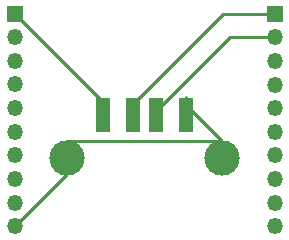
<source format=gbr>
%TF.GenerationSoftware,KiCad,Pcbnew,7.0.7*%
%TF.CreationDate,2023-10-04T23:50:57-06:00*%
%TF.ProjectId,USB_Module,5553425f-4d6f-4647-956c-652e6b696361,rev?*%
%TF.SameCoordinates,Original*%
%TF.FileFunction,Copper,L1,Top*%
%TF.FilePolarity,Positive*%
%FSLAX46Y46*%
G04 Gerber Fmt 4.6, Leading zero omitted, Abs format (unit mm)*
G04 Created by KiCad (PCBNEW 7.0.7) date 2023-10-04 23:50:57*
%MOMM*%
%LPD*%
G01*
G04 APERTURE LIST*
%TA.AperFunction,SMDPad,CuDef*%
%ADD10R,1.250000X3.000000*%
%TD*%
%TA.AperFunction,ComponentPad*%
%ADD11C,3.000000*%
%TD*%
%TA.AperFunction,ComponentPad*%
%ADD12R,1.350000X1.350000*%
%TD*%
%TA.AperFunction,ComponentPad*%
%ADD13O,1.350000X1.350000*%
%TD*%
%TA.AperFunction,Conductor*%
%ADD14C,0.250000*%
%TD*%
G04 APERTURE END LIST*
D10*
%TO.P,J1,1,VBUS*%
%TO.N,Net-(J1-VBUS)*%
X140822800Y-96236000D03*
%TO.P,J1,2,D-*%
%TO.N,Net-(J1-D-)*%
X143322800Y-96236000D03*
%TO.P,J1,3,D+*%
%TO.N,Net-(J1-D+)*%
X145322800Y-96236000D03*
%TO.P,J1,4,GND*%
%TO.N,Net-(J1-GND)*%
X147822800Y-96236000D03*
D11*
%TO.P,J1,5,Shield*%
X137752800Y-99916000D03*
X150892800Y-99916000D03*
%TD*%
D12*
%TO.P,J2,1,Pin_1*%
%TO.N,Net-(J1-VBUS)*%
X133333600Y-87690200D03*
D13*
%TO.P,J2,2,Pin_2*%
%TO.N,unconnected-(J2-Pin_2-Pad2)*%
X133333600Y-89690200D03*
%TO.P,J2,3,Pin_3*%
%TO.N,unconnected-(J2-Pin_3-Pad3)*%
X133333600Y-91690200D03*
%TO.P,J2,4,Pin_4*%
%TO.N,unconnected-(J2-Pin_4-Pad4)*%
X133333600Y-93690200D03*
%TO.P,J2,5,Pin_5*%
%TO.N,unconnected-(J2-Pin_5-Pad5)*%
X133333600Y-95690200D03*
%TO.P,J2,6,Pin_6*%
%TO.N,unconnected-(J2-Pin_6-Pad6)*%
X133333600Y-97690200D03*
%TO.P,J2,7,Pin_7*%
%TO.N,unconnected-(J2-Pin_7-Pad7)*%
X133333600Y-99690200D03*
%TO.P,J2,8,Pin_8*%
%TO.N,unconnected-(J2-Pin_8-Pad8)*%
X133333600Y-101690200D03*
%TO.P,J2,9,Pin_9*%
%TO.N,unconnected-(J2-Pin_9-Pad9)*%
X133333600Y-103690200D03*
%TO.P,J2,10,Pin_10*%
%TO.N,Net-(J1-GND)*%
X133333600Y-105690200D03*
%TD*%
D12*
%TO.P,J3,1,Pin_1*%
%TO.N,Net-(J1-D-)*%
X155321000Y-87700600D03*
D13*
%TO.P,J3,2,Pin_2*%
%TO.N,Net-(J1-D+)*%
X155321000Y-89700600D03*
%TO.P,J3,3,Pin_3*%
%TO.N,unconnected-(J3-Pin_3-Pad3)*%
X155321000Y-91700600D03*
%TO.P,J3,4,Pin_4*%
%TO.N,unconnected-(J3-Pin_4-Pad4)*%
X155321000Y-93700600D03*
%TO.P,J3,5,Pin_5*%
%TO.N,unconnected-(J3-Pin_5-Pad5)*%
X155321000Y-95700600D03*
%TO.P,J3,6,Pin_6*%
%TO.N,unconnected-(J3-Pin_6-Pad6)*%
X155321000Y-97700600D03*
%TO.P,J3,7,Pin_7*%
%TO.N,unconnected-(J3-Pin_7-Pad7)*%
X155321000Y-99700600D03*
%TO.P,J3,8,Pin_8*%
%TO.N,unconnected-(J3-Pin_8-Pad8)*%
X155321000Y-101700600D03*
%TO.P,J3,9,Pin_9*%
%TO.N,unconnected-(J3-Pin_9-Pad9)*%
X155321000Y-103700600D03*
%TO.P,J3,10,Pin_10*%
%TO.N,unconnected-(J3-Pin_10-Pad10)*%
X155321000Y-105700600D03*
%TD*%
D14*
%TO.N,Net-(J1-VBUS)*%
X133333600Y-87690200D02*
X133724800Y-87690200D01*
X133333600Y-87690200D02*
X140822800Y-95179400D01*
%TO.N,Net-(J1-D-)*%
X155321000Y-87700600D02*
X150983200Y-87700600D01*
X143322800Y-95361000D02*
X143322800Y-96236000D01*
X150983200Y-87700600D02*
X143322800Y-95361000D01*
%TO.N,Net-(J1-D+)*%
X155321000Y-89700600D02*
X151583200Y-89700600D01*
X151583200Y-89700600D02*
X145322800Y-95961000D01*
X145322800Y-95961000D02*
X145322800Y-96236000D01*
%TO.N,Net-(J1-GND)*%
X133333600Y-105690200D02*
X137752800Y-101271000D01*
X150892800Y-98468200D02*
X147822800Y-95398200D01*
X137752800Y-101271000D02*
X137752800Y-98468200D01*
X147822800Y-95398200D02*
X147822800Y-94788200D01*
X137752800Y-98468200D02*
X150892800Y-98468200D01*
%TD*%
M02*

</source>
